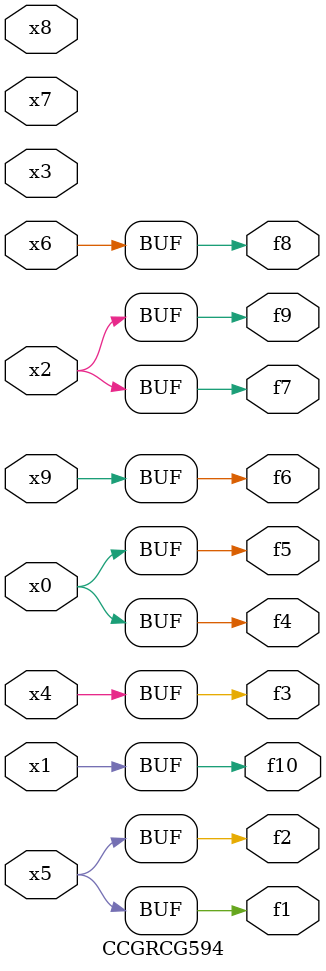
<source format=v>
module CCGRCG594(
	input x0, x1, x2, x3, x4, x5, x6, x7, x8, x9,
	output f1, f2, f3, f4, f5, f6, f7, f8, f9, f10
);
	assign f1 = x5;
	assign f2 = x5;
	assign f3 = x4;
	assign f4 = x0;
	assign f5 = x0;
	assign f6 = x9;
	assign f7 = x2;
	assign f8 = x6;
	assign f9 = x2;
	assign f10 = x1;
endmodule

</source>
